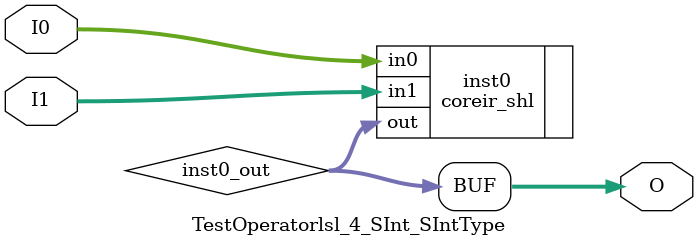
<source format=v>
module TestOperatorlsl_4_SInt_SIntType (input signed [3:0] I0, input signed [3:0] I1, output signed [3:0] O);
wire [3:0] inst0_out;
coreir_shl inst0 (.in0(I0), .in1(I1), .out(inst0_out));
assign O = inst0_out;
endmodule


</source>
